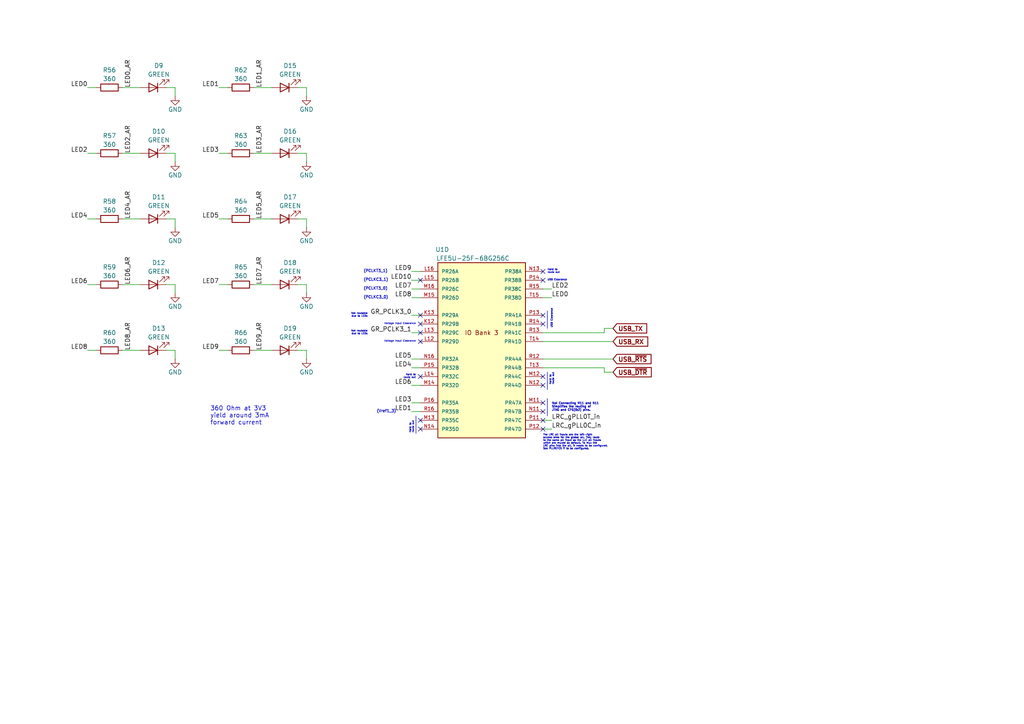
<source format=kicad_sch>
(kicad_sch (version 20250114) (generator "eeschema") (generator_version "9.0")
  (paper "A4")
  (lib_symbols
    (symbol "1_Symbol_Library:LFE5U-25F-6BG256C" (pin_names (offset 1.016))
      (property "Reference" "U" (at -0.762 -3.302 0))
      (property "Value" "LFE5U-25F-6BG256C" (at -40.132 47.498 0))
      (symbol "LFE5U-25F-6BG256C_1_0"
        (rectangle (start -11.43 20.32) (end 12.7 -25.4) (stroke (width 0.254)) (fill (type background)))
        (pin bidirectional line (at -16.51 17.78 0) (length 5.08) (name "PT4A") (number "A2"))
        (pin bidirectional line (at -16.51 15.24 0) (length 5.08) (name "PT4B") (number "B3"))
        (pin bidirectional line (at -16.51 10.16 0) (length 5.08) (name "PT6A") (number "A3"))
        (pin bidirectional line (at -16.51 7.62 0) (length 5.08) (name "PT6B") (number "A4"))
        (pin bidirectional line (at -16.51 2.54 0) (length 5.08) (name "PT9A") (number "E4"))
        (pin bidirectional line (at -16.51 0 0) (length 5.08) (name "PT9B") (number "D4"))
        (pin bidirectional line (at -16.51 -5.08 0) (length 5.08) (name "PT11A") (number "C4"))
        (pin bidirectional line (at -16.51 -7.62 0) (length 5.08) (name "PT11B") (number "B4"))
        (pin bidirectional line (at -16.51 -12.7 0) (length 5.08) (name "PT13A") (number "E5"))
        (pin bidirectional line (at -16.51 -15.24 0) (length 5.08) (name "PT13B") (number "D5"))
        (pin bidirectional line (at -16.51 -20.32 0) (length 5.08) (name "PT15A") (number "C5"))
        (pin bidirectional line (at -16.51 -22.86 0) (length 5.08) (name "PT15B") (number "B5"))
        (pin bidirectional line (at 17.78 17.78 180) (length 5.08) (name "PT18A") (number "A5"))
        (pin bidirectional line (at 17.78 15.24 180) (length 5.08) (name "PT18B") (number "A6"))
        (pin bidirectional line (at 17.78 10.16 180) (length 5.08) (name "PT20A") (number "E6"))
        (pin bidirectional line (at 17.78 7.62 180) (length 5.08) (name "PT20B") (number "D6"))
        (pin bidirectional line (at 17.78 2.54 180) (length 5.08) (name "PT22A") (number "C6"))
        (pin bidirectional line (at 17.78 0 180) (length 5.08) (name "PT22B") (number "B6"))
        (pin bidirectional line (at 17.78 -5.08 180) (length 5.08) (name "PT24A") (number "E7"))
        (pin bidirectional line (at 17.78 -7.62 180) (length 5.08) (name "PT24B") (number "D7"))
        (pin bidirectional line (at 17.78 -12.7 180) (length 5.08) (name "PT27A") (number "C7"))
        (pin bidirectional line (at 17.78 -15.24 180) (length 5.08) (name "PT27B") (number "B7"))
        (pin bidirectional line (at 17.78 -20.32 180) (length 5.08) (name "PT29A") (number "A7"))
        (pin bidirectional line (at 17.78 -22.86 180) (length 5.08) (name "PT29B") (number "A8"))
      )
      (symbol "LFE5U-25F-6BG256C_1_1"
        (text "IO Bank 0" (at 0 2.54 0) (effects (font (size 1.27 1.27))))
      )
      (symbol "LFE5U-25F-6BG256C_2_0"
        (rectangle (start -13.97 27.94) (end 13.97 -33.02) (stroke (width 0.254)) (fill (type background)))
        (pin bidirectional line (at -19.05 25.4 0) (length 5.08) (name "PT33A") (number "E8"))
        (pin bidirectional line (at -19.05 22.86 0) (length 5.08) (name "PT33B") (number "D8"))
        (pin bidirectional line (at -19.05 17.78 0) (length 5.08) (name "PT35A") (number "C8"))
        (pin bidirectional line (at -19.05 15.24 0) (length 5.08) (name "PT35B") (number "B8"))
        (pin bidirectional line (at -19.05 10.16 0) (length 5.08) (name "PT38A") (number "B9"))
        (pin bidirectional line (at -19.05 7.62 0) (length 5.08) (name "PT38B") (number "C9"))
        (pin bidirectional line (at -19.05 2.54 0) (length 5.08) (name "PT40A") (number "D9"))
        (pin bidirectional line (at -19.05 0 0) (length 5.08) (name "PT40B") (number "E9"))
        (pin bidirectional line (at -19.05 -5.08 0) (length 5.08) (name "PT42A") (number "A9"))
        (pin bidirectional line (at -19.05 -7.62 0) (length 5.08) (name "PT42B") (number "A10"))
        (pin bidirectional line (at -19.05 -12.7 0) (length 5.08) (name "PT44A") (number "B10"))
        (pin bidirectional line (at -19.05 -15.24 0) (length 5.08) (name "PT44B") (number "C10"))
        (pin bidirectional line (at -19.05 -20.32 0) (length 5.08) (name "PT47A") (number "D10"))
        (pin bidirectional line (at -19.05 -22.86 0) (length 5.08) (name "PT47B") (number "E10"))
        (pin bidirectional line (at -19.05 -27.94 0) (length 5.08) (name "PT49A") (number "B11"))
        (pin bidirectional line (at -19.05 -30.48 0) (length 5.08) (name "PT49B") (number "C11"))
        (pin bidirectional line (at 19.05 25.4 180) (length 5.08) (name "PT51A") (number "D11"))
        (pin bidirectional line (at 19.05 22.86 180) (length 5.08) (name "PT51B") (number "E11"))
        (pin bidirectional line (at 19.05 17.78 180) (length 5.08) (name "PT53A") (number "A11"))
        (pin bidirectional line (at 19.05 15.24 180) (length 5.08) (name "PT53B") (number "A12"))
        (pin bidirectional line (at 19.05 10.16 180) (length 5.08) (name "PT56A") (number "B12"))
        (pin bidirectional line (at 19.05 7.62 180) (length 5.08) (name "PT56B") (number "C12"))
        (pin bidirectional line (at 19.05 2.54 180) (length 5.08) (name "PT58A") (number "D12"))
        (pin bidirectional line (at 19.05 0 180) (length 5.08) (name "PT58B") (number "E12"))
        (pin bidirectional line (at 19.05 -5.08 180) (length 5.08) (name "PT60A") (number "B13"))
        (pin bidirectional line (at 19.05 -7.62 180) (length 5.08) (name "PT60B") (number "C13"))
        (pin bidirectional line (at 19.05 -12.7 180) (length 5.08) (name "PT62A") (number "D13"))
        (pin bidirectional line (at 19.05 -15.24 180) (length 5.08) (name "PT62B") (number "E13"))
        (pin bidirectional line (at 19.05 -20.32 180) (length 5.08) (name "PT65A") (number "A13"))
        (pin bidirectional line (at 19.05 -22.86 180) (length 5.08) (name "PT65B") (number "A14"))
        (pin bidirectional line (at 19.05 -27.94 180) (length 5.08) (name "PT67A") (number "B14"))
        (pin bidirectional line (at 19.05 -30.48 180) (length 5.08) (name "PT67B") (number "A15"))
      )
      (symbol "LFE5U-25F-6BG256C_2_1"
        (text "IO Bank 1" (at 0 2.54 0) (effects (font (size 1.27 1.27))))
        (text "Differential IO" (at 0 -2.032 0) (effects (font (size 1.27 1.27))))
      )
      (symbol "LFE5U-25F-6BG256C_3_0"
        (rectangle (start -13.97 22.86) (end 13.97 -27.94) (stroke (width 0.254)) (fill (type background)))
        (pin bidirectional line (at -19.05 20.32 0) (length 5.08) (name "PR2A") (number "B16"))
        (pin bidirectional line (at -19.05 17.78 0) (length 5.08) (name "PR2B") (number "B15"))
        (pin bidirectional line (at -19.05 15.24 0) (length 5.08) (name "PR2C") (number "C14"))
        (pin bidirectional line (at -19.05 12.7 0) (length 5.08) (name "PR2D") (number "D14"))
        (pin bidirectional line (at -19.05 7.62 0) (length 5.08) (name "PR5A") (number "C16"))
        (pin bidirectional line (at -19.05 5.08 0) (length 5.08) (name "PR5B") (number "C15"))
        (pin bidirectional line (at -19.05 2.54 0) (length 5.08) (name "PR5C") (number "E14"))
        (pin bidirectional line (at -19.05 0 0) (length 5.08) (name "PR5D") (number "F14"))
        (pin bidirectional line (at -19.05 -5.08 0) (length 5.08) (name "PR8A") (number "D16"))
        (pin bidirectional line (at -19.05 -7.62 0) (length 5.08) (name "PR8B") (number "E15"))
        (pin bidirectional line (at -19.05 -10.16 0) (length 5.08) (name "PR8C") (number "F13"))
        (pin bidirectional line (at -19.05 -12.7 0) (length 5.08) (name "PR8D") (number "F12"))
        (pin bidirectional line (at -19.05 -17.78 0) (length 5.08) (name "PR11A") (number "G12"))
        (pin bidirectional line (at -19.05 -20.32 0) (length 5.08) (name "PR11B") (number "G13"))
        (pin bidirectional line (at -19.05 -22.86 0) (length 5.08) (name "PR11C") (number "F15"))
        (pin bidirectional line (at -19.05 -25.4 0) (length 5.08) (name "PR11D") (number "E16"))
        (pin bidirectional line (at 19.05 20.32 180) (length 5.08) (name "PR14A") (number "F16"))
        (pin bidirectional line (at 19.05 17.78 180) (length 5.08) (name "PR14B") (number "G15"))
        (pin bidirectional line (at 19.05 15.24 180) (length 5.08) (name "PR14C") (number "G14"))
        (pin bidirectional line (at 19.05 12.7 180) (length 5.08) (name "PR14D") (number "H14"))
        (pin bidirectional line (at 19.05 7.62 180) (length 5.08) (name "PR17A") (number "H12"))
        (pin bidirectional line (at 19.05 5.08 180) (length 5.08) (name "PR17B") (number "H13"))
        (pin bidirectional line (at 19.05 2.54 180) (length 5.08) (name "PR17C") (number "J13"))
        (pin bidirectional line (at 19.05 0 180) (length 5.08) (name "PR17D") (number "J12"))
        (pin bidirectional line (at 19.05 -5.08 180) (length 5.08) (name "PR20A") (number "G16"))
        (pin bidirectional line (at 19.05 -7.62 180) (length 5.08) (name "PR20B") (number "H15"))
        (pin bidirectional line (at 19.05 -10.16 180) (length 5.08) (name "PR20C") (number "J14"))
        (pin bidirectional line (at 19.05 -12.7 180) (length 5.08) (name "PR20D") (number "K14"))
        (pin bidirectional line (at 19.05 -17.78 180) (length 5.08) (name "PR23A") (number "J16"))
        (pin bidirectional line (at 19.05 -20.32 180) (length 5.08) (name "PR23B") (number "J15"))
        (pin bidirectional line (at 19.05 -22.86 180) (length 5.08) (name "PR23C") (number "K16"))
        (pin bidirectional line (at 19.05 -25.4 180) (length 5.08) (name "PR23D") (number "K15"))
      )
      (symbol "LFE5U-25F-6BG256C_3_1"
        (text "IO Bank 2" (at 0 2.54 0) (effects (font (size 1.27 1.27))))
        (text "Differential IO" (at 0 -2.286 0) (effects (font (size 1.27 1.27))))
      )
      (symbol "LFE5U-25F-6BG256C_4_0"
        (rectangle (start -12.7 22.86) (end 12.7 -27.94) (stroke (width 0.254)) (fill (type background)))
        (pin bidirectional line (at -17.78 20.32 0) (length 5.08) (name "PR26A") (number "L16"))
        (pin bidirectional line (at -17.78 17.78 0) (length 5.08) (name "PR26B") (number "L15"))
        (pin bidirectional line (at -17.78 15.24 0) (length 5.08) (name "PR26C") (number "M16"))
        (pin bidirectional line (at -17.78 12.7 0) (length 5.08) (name "PR26D") (number "M15"))
        (pin bidirectional line (at -17.78 7.62 0) (length 5.08) (name "PR29A") (number "K13"))
        (pin bidirectional line (at -17.78 5.08 0) (length 5.08) (name "PR29B") (number "K12"))
        (pin bidirectional line (at -17.78 2.54 0) (length 5.08) (name "PR29C") (number "L13"))
        (pin bidirectional line (at -17.78 0 0) (length 5.08) (name "PR29D") (number "L12"))
        (pin bidirectional line (at -17.78 -5.08 0) (length 5.08) (name "PR32A") (number "N16"))
        (pin bidirectional line (at -17.78 -7.62 0) (length 5.08) (name "PR32B") (number "P15"))
        (pin bidirectional line (at -17.78 -10.16 0) (length 5.08) (name "PR32C") (number "L14"))
        (pin bidirectional line (at -17.78 -12.7 0) (length 5.08) (name "PR32D") (number "M14"))
        (pin bidirectional line (at -17.78 -17.78 0) (length 5.08) (name "PR35A") (number "P16"))
        (pin bidirectional line (at -17.78 -20.32 0) (length 5.08) (name "PR35B") (number "R16"))
        (pin bidirectional line (at -17.78 -22.86 0) (length 5.08) (name "PR35C") (number "M13"))
        (pin bidirectional line (at -17.78 -25.4 0) (length 5.08) (name "PR35D") (number "N14"))
        (pin bidirectional line (at 17.78 20.32 180) (length 5.08) (name "PR38A") (number "N13"))
        (pin bidirectional line (at 17.78 17.78 180) (length 5.08) (name "PR38B") (number "P14"))
        (pin bidirectional line (at 17.78 15.24 180) (length 5.08) (name "PR38C") (number "R15"))
        (pin bidirectional line (at 17.78 12.7 180) (length 5.08) (name "PR38D") (number "T15"))
        (pin bidirectional line (at 17.78 7.62 180) (length 5.08) (name "PR41A") (number "P13"))
        (pin bidirectional line (at 17.78 5.08 180) (length 5.08) (name "PR41B") (number "R14"))
        (pin bidirectional line (at 17.78 2.54 180) (length 5.08) (name "PR41C") (number "R13"))
        (pin bidirectional line (at 17.78 0 180) (length 5.08) (name "PR41D") (number "T14"))
        (pin bidirectional line (at 17.78 -5.08 180) (length 5.08) (name "PR44A") (number "R12"))
        (pin bidirectional line (at 17.78 -7.62 180) (length 5.08) (name "PR44B") (number "T13"))
        (pin bidirectional line (at 17.78 -10.16 180) (length 5.08) (name "PR44C") (number "M12"))
        (pin bidirectional line (at 17.78 -12.7 180) (length 5.08) (name "PR44D") (number "N12"))
        (pin bidirectional line (at 17.78 -17.78 180) (length 5.08) (name "PR47A") (number "M11"))
        (pin bidirectional line (at 17.78 -20.32 180) (length 5.08) (name "PR47B") (number "N11"))
        (pin bidirectional line (at 17.78 -22.86 180) (length 5.08) (name "PR47C") (number "P11"))
        (pin bidirectional line (at 17.78 -25.4 180) (length 5.08) (name "PR47D") (number "P12"))
      )
      (symbol "LFE5U-25F-6BG256C_4_1"
        (text "IO Bank 3" (at 0 2.54 0) (effects (font (size 1.27 1.27))))
      )
      (symbol "LFE5U-25F-6BG256C_5_0"
        (rectangle (start -13.97 22.86) (end 13.97 -27.94) (stroke (width 0.254)) (fill (type background)))
        (pin bidirectional line (at -19.05 20.32 0) (length 5.08) (name "PL26A") (number "L1"))
        (pin bidirectional line (at -19.05 17.78 0) (length 5.08) (name "PL26B") (number "L2"))
        (pin bidirectional line (at -19.05 15.24 0) (length 5.08) (name "PL26C") (number "M1"))
        (pin bidirectional line (at -19.05 12.7 0) (length 5.08) (name "PL26D") (number "M2"))
        (pin bidirectional line (at -19.05 7.62 0) (length 5.08) (name "PL29A") (number "K4"))
        (pin bidirectional line (at -19.05 5.08 0) (length 5.08) (name "PL29B") (number "K5"))
        (pin bidirectional line (at -19.05 2.54 0) (length 5.08) (name "PL29C") (number "L4"))
        (pin bidirectional line (at -19.05 0 0) (length 5.08) (name "PL29D") (number "L5"))
        (pin bidirectional line (at -19.05 -5.08 0) (length 5.08) (name "PL32A") (number "N1"))
        (pin bidirectional line (at -19.05 -7.62 0) (length 5.08) (name "PL32B") (number "P2"))
        (pin bidirectional line (at -19.05 -10.16 0) (length 5.08) (name "PL32C") (number "L3"))
        (pin bidirectional line (at -19.05 -12.7 0) (length 5.08) (name "PL32D") (number "M3"))
        (pin bidirectional line (at -19.05 -17.78 0) (length 5.08) (name "PL35A") (number "P1"))
        (pin bidirectional line (at -19.05 -20.32 0) (length 5.08) (name "PL35B") (number "R1"))
        (pin bidirectional line (at -19.05 -22.86 0) (length 5.08) (name "PL35C") (number "M4"))
        (pin bidirectional line (at -19.05 -25.4 0) (length 5.08) (name "PL35D") (number "N3"))
        (pin bidirectional line (at 19.05 20.32 180) (length 5.08) (name "PL38A") (number "N4"))
        (pin bidirectional line (at 19.05 17.78 180) (length 5.08) (name "PL38B") (number "P3"))
        (pin bidirectional line (at 19.05 15.24 180) (length 5.08) (name "PL38C") (number "R2"))
        (pin bidirectional line (at 19.05 12.7 180) (length 5.08) (name "PL38D") (number "T2"))
        (pin bidirectional line (at 19.05 7.62 180) (length 5.08) (name "PL41A") (number "P4"))
        (pin bidirectional line (at 19.05 5.08 180) (length 5.08) (name "PL41B") (number "R3"))
        (pin bidirectional line (at 19.05 2.54 180) (length 5.08) (name "PL41C") (number "R4"))
        (pin bidirectional line (at 19.05 0 180) (length 5.08) (name "PL41D") (number "T3"))
        (pin bidirectional line (at 19.05 -5.08 180) (length 5.08) (name "PL44A") (number "R5"))
        (pin bidirectional line (at 19.05 -7.62 180) (length 5.08) (name "PL44B") (number "T4"))
        (pin bidirectional line (at 19.05 -10.16 180) (length 5.08) (name "PL44C") (number "M5"))
        (pin bidirectional line (at 19.05 -12.7 180) (length 5.08) (name "PL44D") (number "N5"))
        (pin bidirectional line (at 19.05 -17.78 180) (length 5.08) (name "PL47A") (number "M6"))
        (pin bidirectional line (at 19.05 -20.32 180) (length 5.08) (name "PL47B") (number "N6"))
        (pin bidirectional line (at 19.05 -22.86 180) (length 5.08) (name "PL47C") (number "P6"))
        (pin bidirectional line (at 19.05 -25.4 180) (length 5.08) (name "PL47D") (number "P5"))
      )
      (symbol "LFE5U-25F-6BG256C_5_1"
        (text "IO Bank 6" (at 0 2.54 0) (effects (font (size 1.27 1.27))))
        (text "Differential IO" (at 0 -2.286 0) (effects (font (size 1.27 1.27))))
      )
      (symbol "LFE5U-25F-6BG256C_6_0"
        (rectangle (start -13.97 22.86) (end 13.97 -27.94) (stroke (width 0.254)) (fill (type background)))
        (pin bidirectional line (at -19.05 20.32 0) (length 5.08) (name "PL2A") (number "B1"))
        (pin bidirectional line (at -19.05 17.78 0) (length 5.08) (name "PL2B") (number "B2"))
        (pin bidirectional line (at -19.05 15.24 0) (length 5.08) (name "PL2C") (number "C3"))
        (pin bidirectional line (at -19.05 12.7 0) (length 5.08) (name "PL2D") (number "D3"))
        (pin bidirectional line (at -19.05 7.62 0) (length 5.08) (name "PL5A") (number "C1"))
        (pin bidirectional line (at -19.05 5.08 0) (length 5.08) (name "PL5B") (number "C2"))
        (pin bidirectional line (at -19.05 2.54 0) (length 5.08) (name "PL5C") (number "E3"))
        (pin bidirectional line (at -19.05 0 0) (length 5.08) (name "PL5D") (number "F3"))
        (pin bidirectional line (at -19.05 -5.08 0) (length 5.08) (name "PL8A") (number "D1"))
        (pin bidirectional line (at -19.05 -7.62 0) (length 5.08) (name "PL8B") (number "E2"))
        (pin bidirectional line (at -19.05 -10.16 0) (length 5.08) (name "PL8C") (number "F4"))
        (pin bidirectional line (at -19.05 -12.7 0) (length 5.08) (name "PL8D") (number "F5"))
        (pin bidirectional line (at -19.05 -17.78 0) (length 5.08) (name "PL11A") (number "G5"))
        (pin bidirectional line (at -19.05 -20.32 0) (length 5.08) (name "PL11B") (number "G4"))
        (pin bidirectional line (at -19.05 -22.86 0) (length 5.08) (name "PL11C") (number "F2"))
        (pin bidirectional line (at -19.05 -25.4 0) (length 5.08) (name "PL11D") (number "E1"))
        (pin bidirectional line (at 19.05 20.32 180) (length 5.08) (name "PL14A") (number "F1"))
        (pin bidirectional line (at 19.05 17.78 180) (length 5.08) (name "PL14B") (number "G2"))
        (pin bidirectional line (at 19.05 15.24 180) (length 5.08) (name "PL14C") (number "G3"))
        (pin bidirectional line (at 19.05 12.7 180) (length 5.08) (name "PL14D") (number "H3"))
        (pin bidirectional line (at 19.05 7.62 180) (length 5.08) (name "PL17A") (number "H5"))
        (pin bidirectional line (at 19.05 5.08 180) (length 5.08) (name "PL17B") (number "H4"))
        (pin bidirectional line (at 19.05 2.54 180) (length 5.08) (name "PL17C") (number "J4"))
        (pin bidirectional line (at 19.05 0 180) (length 5.08) (name "PL17D") (number "J5"))
        (pin bidirectional line (at 19.05 -5.08 180) (length 5.08) (name "PL20A") (number "G1"))
        (pin bidirectional line (at 19.05 -7.62 180) (length 5.08) (name "PL20B") (number "H2"))
        (pin bidirectional line (at 19.05 -10.16 180) (length 5.08) (name "PL20C") (number "J3"))
        (pin bidirectional line (at 19.05 -12.7 180) (length 5.08) (name "PL20D") (number "K3"))
        (pin bidirectional line (at 19.05 -17.78 180) (length 5.08) (name "PL23A") (number "J1"))
        (pin bidirectional line (at 19.05 -20.32 180) (length 5.08) (name "PL23B") (number "J2"))
        (pin bidirectional line (at 19.05 -22.86 180) (length 5.08) (name "PL23C") (number "K1"))
        (pin bidirectional line (at 19.05 -25.4 180) (length 5.08) (name "PL23D") (number "K2"))
      )
      (symbol "LFE5U-25F-6BG256C_6_1"
        (text "IO Bank 7" (at 0 2.54 0) (effects (font (size 1.27 1.27))))
        (text "Differential IO" (at 0 -2.286 0) (effects (font (size 1.27 1.27))))
      )
      (symbol "LFE5U-25F-6BG256C_7_0"
        (rectangle (start -15.24 27.94) (end 15.24 -22.86) (stroke (width 0.254)) (fill (type background)))
        (pin input line (at -20.32 25.4 0) (length 5.08) (name "~{PROGRAM}") (number "R9"))
        (pin input clock (at -20.32 22.86 0) (length 5.08) (name "CCLK") (number "N9"))
        (pin input line (at -20.32 10.16 0) (length 5.08) (name "CFG_0") (number "N10"))
        (pin input line (at -20.32 7.62 0) (length 5.08) (name "CFG_1") (number "P10"))
        (pin input line (at -20.32 5.08 0) (length 5.08) (name "CFG_2") (number "R10"))
        (pin bidirectional line (at -20.32 -5.08 0) (length 5.08) (name "DONE") (number "P9"))
        (pin bidirectional line (at -20.32 -7.62 0) (length 5.08) (name "~{INIT}") (number "T9"))
        (pin bidirectional line (at 20.32 25.4 180) (length 5.08) (name "PB4B/D6/IO6") (number "R6"))
        (pin bidirectional line (at 20.32 22.86 180) (length 5.08) (name "PB4A/D7/IO7") (number "T6"))
        (pin bidirectional line (at 20.32 17.78 180) (length 5.08) (name "PB6B/D4/IO4/MOSI2") (number "P7"))
        (pin bidirectional line (at 20.32 15.24 180) (length 5.08) (name "PB6A/D5/IO5/MISO2") (number "R7"))
        (pin bidirectional line (at 20.32 10.16 180) (length 5.08) (name "PB9A/D3/IO3") (number "N7"))
        (pin bidirectional line (at 20.32 7.62 180) (length 5.08) (name "PB9B/D2/IO2") (number "M7"))
        (pin bidirectional line (at 20.32 2.54 180) (length 5.08) (name "PB11A/D1/IO1/MISO") (number "T7"))
        (pin bidirectional line (at 20.32 0 180) (length 5.08) (name "PB11B/D0/IO0/MOSI") (number "T8"))
        (pin bidirectional line (at 20.32 -5.08 180) (length 5.08) (name "PB13A/~{S}/~{CS}") (number "R8"))
        (pin bidirectional line (at 20.32 -7.62 180) (length 5.08) (name "PB13B/~{CS1}") (number "P8"))
        (pin bidirectional line (at 20.32 -12.7 180) (length 5.08) (name "PB15A/~{HOLD}/DI/BUSY/~{CSSPI}/~{CE}") (number "N8"))
        (pin bidirectional line (at 20.32 -15.24 180) (length 5.08) (name "PB15B/DOUT/~{CSO}") (number "M8"))
        (pin bidirectional line (at 20.32 -20.32 180) (length 5.08) (name "PB18A/~{WRITE}") (number "M9"))
      )
      (symbol "LFE5U-25F-6BG256C_7_1"
        (text "IO Bank 8" (at 0 5.08 0) (effects (font (size 1.27 1.27))))
      )
      (symbol "LFE5U-25F-6BG256C_8_0"
        (rectangle (start -7.62 6.35) (end 2.54 -6.35) (stroke (width 0.254)) (fill (type background)))
        (pin input line (at -12.7 3.81 0) (length 5.08) (name "TMS") (number "T11"))
        (pin input line (at -12.7 1.27 0) (length 5.08) (name "TDI") (number "R11"))
        (pin output line (at -12.7 -1.27 0) (length 5.08) (name "TDO") (number "M10"))
        (pin bidirectional clock (at -12.7 -3.81 0) (length 5.08) (name "TCK") (number "T10"))
      )
      (symbol "LFE5U-25F-6BG256C_8_1"
        (text "JTAG" (at 0 0 0) (effects (font (size 1.27 1.27))))
      )
      (symbol "LFE5U-25F-6BG256C_9_0"
        (rectangle (start -12.7 7.62) (end 59.69 -7.62) (stroke (width 0.254)) (fill (type background)))
        (pin power_in line (at -10.16 12.7 270) (length 5.08) (name "VCC") (number "G6"))
        (pin power_in line (at -10.16 -12.7 90) (length 5.08) (name "GND1") (number "A1"))
        (pin power_in line (at -7.62 -12.7 90) (length 5.08) (name "GND1") (number "A16"))
        (pin power_in line (at -5.08 -12.7 90) (length 5.08) (name "GND1") (number "D2"))
        (pin power_in line (at -2.54 12.7 270) (length 5.08) (name "VCC") (number "G7"))
        (pin power_in line (at -2.54 -12.7 90) (length 5.08) (name "GND1") (number "D15"))
        (pin power_in line (at 0 -12.7 90) (length 5.08) (name "GND1") (number "F8"))
        (pin power_in line (at 2.54 -12.7 90) (length 5.08) (name "GND1") (number "F9"))
        (pin power_in line (at 5.08 12.7 270) (length 5.08) (name "VCC") (number "G9"))
        (pin power_in line (at 5.08 -12.7 90) (length 5.08) (name "GND1") (number "G8"))
        (pin power_in line (at 7.62 -12.7 90) (length 5.08) (name "GND1") (number "G10"))
        (pin power_in line (at 10.16 -12.7 90) (length 5.08) (name "GND1") (number "H1"))
        (pin power_in line (at 12.7 12.7 270) (length 5.08) (name "VCC") (number "L8"))
        (pin power_in line (at 12.7 -12.7 90) (length 5.08) (name "GND1") (number "H8"))
        (pin power_in line (at 15.24 -12.7 90) (length 5.08) (name "GND1") (number "H9"))
        (pin power_in line (at 17.78 -12.7 90) (length 5.08) (name "GND1") (number "H10"))
        (pin power_in line (at 20.32 12.7 270) (length 5.08) (name "VCC") (number "L9"))
        (pin power_in line (at 20.32 -12.7 90) (length 5.08) (name "GND1") (number "H16"))
        (pin power_in line (at 25.4 -12.7 90) (length 5.08) (name "GND2") (number "J8"))
        (pin power_in line (at 27.94 12.7 270) (length 5.08) (name "VCC") (number "L10"))
        (pin power_in line (at 27.94 -12.7 90) (length 5.08) (name "GND2") (number "J9"))
        (pin power_in line (at 30.48 -12.7 90) (length 5.08) (name "GND2") (number "J10"))
        (pin power_in line (at 33.02 -12.7 90) (length 5.08) (name "GND2") (number "K6"))
        (pin power_in line (at 35.56 -12.7 90) (length 5.08) (name "GND2") (number "K7"))
        (pin power_in line (at 38.1 -12.7 90) (length 5.08) (name "GND2") (number "K8"))
        (pin power_in line (at 40.64 -12.7 90) (length 5.08) (name "GND2") (number "K9"))
        (pin power_in line (at 43.18 -12.7 90) (length 5.08) (name "GND2") (number "K10"))
        (pin power_in line (at 45.72 -12.7 90) (length 5.08) (name "GND2") (number "N2"))
        (pin power_in line (at 48.26 -12.7 90) (length 5.08) (name "GND2") (number "N15"))
        (pin power_in line (at 49.53 12.7 270) (length 5.08) (name "VCCAUX") (number "G11"))
        (pin power_in line (at 50.8 -12.7 90) (length 5.08) (name "GND2") (number "T1"))
        (pin power_in line (at 53.34 -12.7 90) (length 5.08) (name "GND2") (number "T5"))
        (pin power_in line (at 55.88 -12.7 90) (length 5.08) (name "GND2") (number "T12"))
        (pin power_in line (at 57.15 12.7 270) (length 5.08) (name "VCCAUX") (number "L7"))
        (pin power_in line (at 58.42 -12.7 90) (length 5.08) (name "GND2") (number "T16"))
      )
      (symbol "LFE5U-25F-6BG256C_10_0"
        (rectangle (start -8.89 25.4) (end 8.89 -35.56) (stroke (width 0.254)) (fill (type background)))
        (pin power_in line (at -13.97 22.86 0) (length 5.08) (name "VCCIO1") (number "F10"))
        (pin power_in line (at -13.97 20.32 0) (length 5.08) (name "VCCIO1") (number "F11"))
        (pin power_in line (at -13.97 5.08 0) (length 5.08) (name "VCCIO3") (number "K11"))
        (pin power_in line (at -13.97 2.54 0) (length 5.08) (name "VCCIO3") (number "L11"))
        (pin power_in line (at -13.97 -12.7 0) (length 5.08) (name "VCCIO7") (number "H6"))
        (pin power_in line (at -13.97 -15.24 0) (length 5.08) (name "VCCIO7") (number "H7"))
        (pin power_in line (at 13.97 22.86 180) (length 5.08) (name "VCCIO0") (number "F6"))
        (pin power_in line (at 13.97 20.32 180) (length 5.08) (name "VCCIO0") (number "F7"))
        (pin power_in line (at 13.97 5.08 180) (length 5.08) (name "VCCIO2") (number "H11"))
        (pin power_in line (at 13.97 2.54 180) (length 5.08) (name "VCCIO2") (number "J11"))
        (pin power_in line (at 13.97 -12.7 180) (length 5.08) (name "VCCIO6") (number "J6"))
        (pin power_in line (at 13.97 -15.24 180) (length 5.08) (name "VCCIO6") (number "J7"))
        (pin power_in line (at 13.97 -33.02 180) (length 5.08) (name "VCCIO8") (number "L6"))
      )
    )
    (symbol "Device:LED" (pin_numbers (hide yes)) (pin_names (offset 1.016) (hide yes))
      (property "Reference" "D" (at 0 2.54 0))
      (property "Value" "LED" (at 0 -2.54 0))
      (symbol "LED_0_1"
        (polyline (pts (xy -3.048 -0.762) (xy -4.572 -2.286) (xy -3.81 -2.286) (xy -4.572 -2.286) (xy -4.572 -1.524)))
        (polyline (pts (xy -1.778 -0.762) (xy -3.302 -2.286) (xy -2.54 -2.286) (xy -3.302 -2.286) (xy -3.302 -1.524)))
        (polyline (pts (xy -1.27 0) (xy 1.27 0)))
        (polyline (pts (xy -1.27 -1.27) (xy -1.27 1.27)) (stroke (width 0.254)))
        (polyline (pts (xy 1.27 -1.27) (xy 1.27 1.27) (xy -1.27 0) (xy 1.27 -1.27)) (stroke (width 0.254)))
      )
      (symbol "LED_1_1"
        (pin passive line (at -3.81 0 0) (length 2.54) (name "K") (number "1"))
        (pin passive line (at 3.81 0 180) (length 2.54) (name "A") (number "2"))
      )
    )
    (symbol "Device:R" (pin_numbers (hide yes)) (pin_names (offset 0))
      (property "Reference" "R" (at 2.032 0 90))
      (property "Value" "R" (at 0 0 90))
      (symbol "R_0_1"
        (rectangle (start -1.016 -2.54) (end 1.016 2.54) (stroke (width 0.254)))
      )
      (symbol "R_1_1"
        (pin passive line (at 0 3.81 270) (length 1.27) (name "~") (number "1"))
        (pin passive line (at 0 -3.81 90) (length 1.27) (name "~") (number "2"))
      )
    )
    (symbol "power:GND" (power) (pin_numbers (hide yes)) (pin_names (offset 0) (hide yes))
      (property "Value" "GND" (at 0 -3.81 0))
      (symbol "GND_0_1"
        (polyline (pts (xy 0 0) (xy 0 -1.27) (xy 1.27 -1.27) (xy 0 -2.54) (xy -1.27 -1.27) (xy 0 -1.27)))
      )
      (symbol "GND_1_1"
        (pin power_in line (at 0 0 270) (length 0) (name "~") (number "1"))
      )
    )
  )
  (text "Hard to\nroute out" (at 120.65 109.22 0) (effects (font (size 0.5 0.5)) (justify right)))
  (text "The LRC pll inputs are the left-right\naccess ones for the global pll. They route\nto the same pll input as the LLC pll inputs\nwhich are muxed as default. To mux the\nLRC pins into the pll, it needs to be configured.\nSee PLLREFCS if to be configured." (at 157.48 128.27 0) (effects (font (size 0.5 0.5)) (justify left)))
  (text "Not routable\ndue to LEDs" (at 106.68 91.44 0) (effects (font (size 0.5 0.5)) (justify right)))
  (text "Not Connecting M11 and N11\nSimplifies the routing of\nJTAG and CFG[0:2] pins." (at 160.02 118.11 0) (effects (font (size 0.6 0.6)) (justify left)))
  (text "Hard to\nroute out" (at 158.75 78.74 0) (effects (font (size 0.5 0.5)) (justify left)))
  (text "(PCLKC3_1)" (at 105.41 81.28 0) (effects (font (size 0.8 0.8)) (justify left)))
  (text "(Vref1_3)" (at 109.22 119.38 0) (effects (font (size 0.8 0.8)) (justify left)))
  (text "Voltage Input Clearance" (at 120.65 99.06 0) (effects (font (size 0.5 0.5) (thickness 0.1) (bold yes)) (justify right)))
  (text "USB Clearance" (at 160.02 95.25 90) (effects (font (size 0.5 0.5) (thickness 0.254) (bold yes)) (justify left)))
  (text "Not routable\ndue to LEDs" (at 106.68 96.52 0) (effects (font (size 0.5 0.5)) (justify right)))
  (text "USB Clearance" (at 158.75 81.28 0) (effects (font (size 0.5 0.5) (thickness 0.254) (bold yes)) (justify left)))
  (text "Hard to\nroute out" (at 160.02 111.76 90) (effects (font (size 0.5 0.5)) (justify left)))
  (text "(PCLKC3_0)" (at 105.41 86.36 0) (effects (font (size 0.8 0.8)) (justify left)))
  (text "(PCLKT3_1)" (at 105.41 78.74 0) (effects (font (size 0.8 0.8)) (justify left)))
  (text "Voltage Input Clearance" (at 120.65 93.98 0) (effects (font (size 0.5 0.5) (thickness 0.1) (bold yes)) (justify right)))
  (text "360 Ohm at 3V3\nyield around 3mA\nforward current" (at 60.96 120.65 0) (effects (font (size 1.27 1.27)) (justify left)))
  (text "(PCLKT3_0)" (at 105.41 83.82 0) (effects (font (size 0.8 0.8)) (justify left)))
  (text "Hard to\nroute out" (at 119.38 125.73 90) (effects (font (size 0.5 0.5)) (justify left)))
  (no_connect (at 121.92 81.28))
  (no_connect (at 121.92 96.52))
  (no_connect (at 157.48 109.22))
  (no_connect (at 121.92 124.46))
  (no_connect (at 157.48 121.92))
  (no_connect (at 121.92 93.98))
  (no_connect (at 157.48 111.76))
  (no_connect (at 157.48 116.84))
  (no_connect (at 121.92 109.22))
  (no_connect (at 121.92 99.06))
  (no_connect (at 157.48 93.98))
  (no_connect (at 157.48 81.28))
  (no_connect (at 157.48 124.46))
  (no_connect (at 157.48 91.44))
  (no_connect (at 121.92 91.44))
  (no_connect (at 157.48 119.38))
  (no_connect (at 121.92 121.92))
  (no_connect (at 157.48 78.74))
  (wire (pts (xy 50.8 25.4) (xy 50.8 27.94)))
  (wire (pts (xy 63.5 101.6) (xy 66.04 101.6)))
  (polyline (pts (xy 158.75 90.17) (xy 158.75 95.25)))
  (wire (pts (xy 48.26 44.45) (xy 50.8 44.45)))
  (wire (pts (xy 175.26 107.95) (xy 177.8 107.95)))
  (wire (pts (xy 35.56 82.55) (xy 40.64 82.55)))
  (wire (pts (xy 157.48 121.92) (xy 160.02 121.92)))
  (wire (pts (xy 119.38 104.14) (xy 121.92 104.14)))
  (wire (pts (xy 63.5 25.4) (xy 66.04 25.4)))
  (wire (pts (xy 175.26 95.25) (xy 177.8 95.25)))
  (wire (pts (xy 175.26 96.52) (xy 157.48 96.52)))
  (wire (pts (xy 35.56 25.4) (xy 40.64 25.4)))
  (wire (pts (xy 175.26 95.25) (xy 175.26 96.52)))
  (wire (pts (xy 73.66 63.5) (xy 78.74 63.5)))
  (wire (pts (xy 50.8 44.45) (xy 50.8 46.99)))
  (wire (pts (xy 119.38 86.36) (xy 121.92 86.36)))
  (wire (pts (xy 86.36 63.5) (xy 88.9 63.5)))
  (wire (pts (xy 157.48 124.46) (xy 160.02 124.46)))
  (wire (pts (xy 86.36 44.45) (xy 88.9 44.45)))
  (wire (pts (xy 119.38 106.68) (xy 121.92 106.68)))
  (wire (pts (xy 119.38 91.44) (xy 121.92 91.44)))
  (wire (pts (xy 157.48 83.82) (xy 160.02 83.82)))
  (wire (pts (xy 157.48 104.14) (xy 177.8 104.14)))
  (wire (pts (xy 25.4 63.5) (xy 27.94 63.5)))
  (polyline (pts (xy 158.75 107.95) (xy 158.75 113.03)))
  (wire (pts (xy 88.9 82.55) (xy 88.9 85.09)))
  (wire (pts (xy 48.26 25.4) (xy 50.8 25.4)))
  (wire (pts (xy 157.48 99.06) (xy 177.8 99.06)))
  (wire (pts (xy 86.36 101.6) (xy 88.9 101.6)))
  (wire (pts (xy 25.4 101.6) (xy 27.94 101.6)))
  (wire (pts (xy 119.38 78.74) (xy 121.92 78.74)))
  (wire (pts (xy 119.38 116.84) (xy 121.92 116.84)))
  (wire (pts (xy 175.26 106.68) (xy 175.26 107.95)))
  (wire (pts (xy 157.48 106.68) (xy 175.26 106.68)))
  (wire (pts (xy 119.38 81.28) (xy 121.92 81.28)))
  (wire (pts (xy 73.66 82.55) (xy 78.74 82.55)))
  (wire (pts (xy 119.38 111.76) (xy 121.92 111.76)))
  (wire (pts (xy 35.56 101.6) (xy 40.64 101.6)))
  (wire (pts (xy 50.8 63.5) (xy 50.8 66.04)))
  (wire (pts (xy 88.9 44.45) (xy 88.9 46.99)))
  (wire (pts (xy 48.26 101.6) (xy 50.8 101.6)))
  (wire (pts (xy 50.8 82.55) (xy 50.8 85.09)))
  (wire (pts (xy 63.5 82.55) (xy 66.04 82.55)))
  (wire (pts (xy 157.48 86.36) (xy 160.02 86.36)))
  (wire (pts (xy 35.56 44.45) (xy 40.64 44.45)))
  (wire (pts (xy 63.5 44.45) (xy 66.04 44.45)))
  (wire (pts (xy 119.38 119.38) (xy 121.92 119.38)))
  (wire (pts (xy 25.4 44.45) (xy 27.94 44.45)))
  (wire (pts (xy 25.4 25.4) (xy 27.94 25.4)))
  (wire (pts (xy 88.9 63.5) (xy 88.9 66.04)))
  (polyline (pts (xy 158.75 115.57) (xy 158.75 120.65)))
  (wire (pts (xy 88.9 25.4) (xy 88.9 27.94)))
  (wire (pts (xy 119.38 96.52) (xy 121.92 96.52)))
  (wire (pts (xy 86.36 82.55) (xy 88.9 82.55)))
  (wire (pts (xy 73.66 101.6) (xy 78.74 101.6)))
  (wire (pts (xy 25.4 82.55) (xy 27.94 82.55)))
  (wire (pts (xy 35.56 63.5) (xy 40.64 63.5)))
  (wire (pts (xy 48.26 63.5) (xy 50.8 63.5)))
  (wire (pts (xy 88.9 101.6) (xy 88.9 104.14)))
  (wire (pts (xy 73.66 44.45) (xy 78.74 44.45)))
  (polyline (pts (xy 120.65 120.65) (xy 120.65 125.73)))
  (wire (pts (xy 73.66 25.4) (xy 78.74 25.4)))
  (wire (pts (xy 119.38 83.82) (xy 121.92 83.82)))
  (wire (pts (xy 86.36 25.4) (xy 88.9 25.4)))
  (wire (pts (xy 63.5 63.5) (xy 66.04 63.5)))
  (wire (pts (xy 48.26 82.55) (xy 50.8 82.55)))
  (wire (pts (xy 50.8 101.6) (xy 50.8 104.14)))
  (label "GR_PCLK3_0" (at 119.38 91.44 180))
  (label "LED9" (at 63.5 101.6 180))
  (label "LED1" (at 63.5 25.4 180))
  (label "LED1_AR" (at 76.2 25.4 90))
  (label "LED7" (at 63.5 82.55 180))
  (label "LED5" (at 63.5 63.5 180))
  (label "LED1" (at 119.38 119.38 180))
  (label "LED9" (at 119.38 78.74 180))
  (label "LED2" (at 25.4 44.45 180))
  (label "LED3_AR" (at 76.2 44.45 90))
  (label "LED7" (at 119.38 83.82 180))
  (label "LRC_gPLL0C_in" (at 160.02 124.46 0))
  (label "LED4" (at 119.38 106.68 180))
  (label "LED8" (at 119.38 86.36 180))
  (label "LED2_AR" (at 38.1 44.45 90))
  (label "LED5" (at 119.38 104.14 180))
  (label "LED6_AR" (at 38.1 82.55 90))
  (label "LED7_AR" (at 76.2 82.55 90))
  (label "LED6" (at 25.4 82.55 180))
  (label "LED6" (at 119.38 111.76 180))
  (label "GR_PCLK3_1" (at 119.38 96.52 180))
  (label "LED8" (at 25.4 101.6 180))
  (label "LED9_AR" (at 76.2 101.6 90))
  (label "LED8_AR" (at 38.1 101.6 90))
  (label "LED0_AR" (at 38.1 25.4 90))
  (label "LED3" (at 119.38 116.84 180))
  (label "LED0" (at 160.02 86.36 0))
  (label "LED2" (at 160.02 83.82 0))
  (label "LED4_AR" (at 38.1 63.5 90))
  (label "LED5_AR" (at 76.2 63.5 90))
  (label "LED4" (at 25.4 63.5 180))
  (label "LED10" (at 119.38 81.28 180))
  (label "LRC_gPLL0T_in" (at 160.02 121.92 0))
  (label "LED3" (at 63.5 44.45 180))
  (label "LED0" (at 25.4 25.4 180))
  (global_label "USB_~{DTR}" (shape input) (at 177.8 107.95 0) (effects (font (thickness 0.254) (bold yes))) (property "Intersheetrefs" "${INTERSHEET_REFS}" (effects (hide yes))))
  (global_label "USB_RX" (shape input) (at 177.8 99.06 0) (effects (font (thickness 0.254) (bold yes))) (property "Intersheetrefs" "${INTERSHEET_REFS}" (effects (hide yes))))
  (global_label "USB_TX" (shape input) (at 177.8 95.25 0) (effects (font (thickness 0.254) (bold yes))) (property "Intersheetrefs" "${INTERSHEET_REFS}" (effects (hide yes))))
  (global_label "USB_~{RTS}" (shape input) (at 177.8 104.14 0) (effects (font (thickness 0.254) (bold yes))) (property "Intersheetrefs" "${INTERSHEET_REFS}" (effects (hide yes))))
  (symbol (lib_id "power:GND") (at 88.9 66.04 0) (unit 1)
    (property "Reference" "#PWR0174" (effects (hide yes)))
    (property "Value" "GND" (at 88.9 69.85 0))
    (property "Description" "Power symbol creates a global label with name \"GND\" , ground" (effects (hide yes)))
  )
  (symbol (lib_id "power:GND") (at 50.8 27.94 0) (unit 1)
    (property "Reference" "#PWR0166" (effects (hide yes)))
    (property "Value" "GND" (at 50.8 31.75 0))
    (property "Description" "Power symbol creates a global label with name \"GND\" , ground" (effects (hide yes)))
  )
  (symbol (lib_id "Device:R") (at 69.85 82.55 90) (unit 1)
    (property "Reference" "R65" (at 69.85 77.47 90))
    (property "Value" "360" (at 69.85 80.01 90))
    (property "Footprint" "Resistor_SMD:R_0402_1005Metric" (effects (hide yes)))
    (property "Description" "Resistor" (effects (hide yes)))
  )
  (symbol (lib_id "Device:R") (at 31.75 82.55 90) (unit 1)
    (property "Reference" "R59" (at 31.75 77.47 90))
    (property "Value" "360" (at 31.75 80.01 90))
    (property "Footprint" "Resistor_SMD:R_0402_1005Metric" (effects (hide yes)))
    (property "Description" "Resistor" (effects (hide yes)))
  )
  (symbol (lib_id "power:GND") (at 50.8 104.14 0) (unit 1)
    (property "Reference" "#PWR0170" (effects (hide yes)))
    (property "Value" "GND" (at 50.8 107.95 0))
    (property "Description" "Power symbol creates a global label with name \"GND\" , ground" (effects (hide yes)))
  )
  (symbol (lib_id "Device:R") (at 31.75 25.4 90) (unit 1)
    (property "Reference" "R56" (at 31.75 20.32 90))
    (property "Value" "360" (at 31.75 22.86 90))
    (property "Footprint" "Resistor_SMD:R_0402_1005Metric" (effects (hide yes)))
    (property "Description" "Resistor" (effects (hide yes)))
  )
  (symbol (lib_id "1_Symbol_Library:LFE5U-25F-6BG256C") (at 139.7 99.06 0) (unit 4)
    (property "Reference" "U1" (at 128.27 72.39 0))
    (property "Value" "LFE5U-25F-6BG256C" (at 137.16 74.93 0))
    (property "Footprint" "1_Footprint_Library:BGA256C80P16X16_1400X1400X170_Masked" (effects (hide yes)))
    (property "Package" "CABGA-256 Lattice Semiconductor" (effects (hide yes)))
    (property "MP" "LFE5U-25F-6BG256C" (effects (hide yes)))
    (property "Description_1" "series Field Programmable Gate Array (FPGA) IC 197 1032192 24000 256-LFBGA" (effects (hide yes)))
  )
  (symbol (lib_id "power:GND") (at 50.8 46.99 0) (unit 1)
    (property "Reference" "#PWR0167" (effects (hide yes)))
    (property "Value" "GND" (at 50.8 50.8 0))
    (property "Description" "Power symbol creates a global label with name \"GND\" , ground" (effects (hide yes)))
  )
  (symbol (lib_id "Device:LED") (at 82.55 82.55 180) (unit 1)
    (property "Reference" "D18" (at 84.1375 76.2 0))
    (property "Value" "GREEN" (at 84.1375 78.74 0))
    (property "Footprint" "LED_SMD:LED_0402_1005Metric" (effects (hide yes)))
    (property "Description" "Light emitting diode" (effects (hide yes)))
    (property "Sim.Pins" "1=K 2=A" (effects (hide yes)))
  )
  (symbol (lib_id "Device:LED") (at 44.45 44.45 180) (unit 1)
    (property "Reference" "D10" (at 46.0375 38.1 0))
    (property "Value" "GREEN" (at 46.0375 40.64 0))
    (property "Footprint" "LED_SMD:LED_0402_1005Metric" (effects (hide yes)))
    (property "Description" "Light emitting diode" (effects (hide yes)))
    (property "Sim.Pins" "1=K 2=A" (effects (hide yes)))
  )
  (symbol (lib_id "Device:R") (at 69.85 63.5 90) (unit 1)
    (property "Reference" "R64" (at 69.85 58.42 90))
    (property "Value" "360" (at 69.85 60.96 90))
    (property "Footprint" "Resistor_SMD:R_0402_1005Metric" (effects (hide yes)))
    (property "Description" "Resistor" (effects (hide yes)))
  )
  (symbol (lib_id "Device:LED") (at 82.55 44.45 180) (unit 1)
    (property "Reference" "D16" (at 84.1375 38.1 0))
    (property "Value" "GREEN" (at 84.1375 40.64 0))
    (property "Footprint" "LED_SMD:LED_0402_1005Metric" (effects (hide yes)))
    (property "Description" "Light emitting diode" (effects (hide yes)))
    (property "Sim.Pins" "1=K 2=A" (effects (hide yes)))
  )
  (symbol (lib_id "Device:LED") (at 44.45 101.6 180) (unit 1)
    (property "Reference" "D13" (at 46.0375 95.25 0))
    (property "Value" "GREEN" (at 46.0375 97.79 0))
    (property "Footprint" "LED_SMD:LED_0402_1005Metric" (effects (hide yes)))
    (property "Description" "Light emitting diode" (effects (hide yes)))
    (property "Sim.Pins" "1=K 2=A" (effects (hide yes)))
  )
  (symbol (lib_id "power:GND") (at 88.9 46.99 0) (unit 1)
    (property "Reference" "#PWR0173" (effects (hide yes)))
    (property "Value" "GND" (at 88.9 50.8 0))
    (property "Description" "Power symbol creates a global label with name \"GND\" , ground" (effects (hide yes)))
  )
  (symbol (lib_id "Device:LED") (at 82.55 25.4 180) (unit 1)
    (property "Reference" "D15" (at 84.1375 19.05 0))
    (property "Value" "GREEN" (at 84.1375 21.59 0))
    (property "Footprint" "LED_SMD:LED_0402_1005Metric" (effects (hide yes)))
    (property "Description" "Light emitting diode" (effects (hide yes)))
    (property "Sim.Pins" "1=K 2=A" (effects (hide yes)))
  )
  (symbol (lib_id "Device:R") (at 31.75 101.6 90) (unit 1)
    (property "Reference" "R60" (at 31.75 96.52 90))
    (property "Value" "360" (at 31.75 99.06 90))
    (property "Footprint" "Resistor_SMD:R_0402_1005Metric" (effects (hide yes)))
    (property "Description" "Resistor" (effects (hide yes)))
  )
  (symbol (lib_id "power:GND") (at 88.9 85.09 0) (unit 1)
    (property "Reference" "#PWR0175" (effects (hide yes)))
    (property "Value" "GND" (at 88.9 88.9 0))
    (property "Description" "Power symbol creates a global label with name \"GND\" , ground" (effects (hide yes)))
  )
  (symbol (lib_id "Device:R") (at 31.75 63.5 90) (unit 1)
    (property "Reference" "R58" (at 31.75 58.42 90))
    (property "Value" "360" (at 31.75 60.96 90))
    (property "Footprint" "Resistor_SMD:R_0402_1005Metric" (effects (hide yes)))
    (property "Description" "Resistor" (effects (hide yes)))
  )
  (symbol (lib_id "Device:R") (at 69.85 25.4 90) (unit 1)
    (property "Reference" "R62" (at 69.85 20.32 90))
    (property "Value" "360" (at 69.85 22.86 90))
    (property "Footprint" "Resistor_SMD:R_0402_1005Metric" (effects (hide yes)))
    (property "Description" "Resistor" (effects (hide yes)))
  )
  (symbol (lib_id "power:GND") (at 88.9 104.14 0) (unit 1)
    (property "Reference" "#PWR0176" (effects (hide yes)))
    (property "Value" "GND" (at 88.9 107.95 0))
    (property "Description" "Power symbol creates a global label with name \"GND\" , ground" (effects (hide yes)))
  )
  (symbol (lib_id "Device:LED") (at 44.45 25.4 180) (unit 1)
    (property "Reference" "D9" (at 46.0375 19.05 0))
    (property "Value" "GREEN" (at 46.0375 21.59 0))
    (property "Footprint" "LED_SMD:LED_0402_1005Metric" (effects (hide yes)))
    (property "Description" "Light emitting diode" (effects (hide yes)))
    (property "Sim.Pins" "1=K 2=A" (effects (hide yes)))
  )
  (symbol (lib_id "power:GND") (at 88.9 27.94 0) (unit 1)
    (property "Reference" "#PWR0172" (effects (hide yes)))
    (property "Value" "GND" (at 88.9 31.75 0))
    (property "Description" "Power symbol creates a global label with name \"GND\" , ground" (effects (hide yes)))
  )
  (symbol (lib_id "Device:LED") (at 44.45 82.55 180) (unit 1)
    (property "Reference" "D12" (at 46.0375 76.2 0))
    (property "Value" "GREEN" (at 46.0375 78.74 0))
    (property "Footprint" "LED_SMD:LED_0402_1005Metric" (effects (hide yes)))
    (property "Description" "Light emitting diode" (effects (hide yes)))
    (property "Sim.Pins" "1=K 2=A" (effects (hide yes)))
  )
  (symbol (lib_id "Device:R") (at 69.85 101.6 90) (unit 1)
    (property "Reference" "R66" (at 69.85 96.52 90))
    (property "Value" "360" (at 69.85 99.06 90))
    (property "Footprint" "Resistor_SMD:R_0402_1005Metric" (effects (hide yes)))
    (property "Description" "Resistor" (effects (hide yes)))
  )
  (symbol (lib_id "Device:LED") (at 44.45 63.5 180) (unit 1)
    (property "Reference" "D11" (at 46.0375 57.15 0))
    (property "Value" "GREEN" (at 46.0375 59.69 0))
    (property "Footprint" "LED_SMD:LED_0402_1005Metric" (effects (hide yes)))
    (property "Description" "Light emitting diode" (effects (hide yes)))
    (property "Sim.Pins" "1=K 2=A" (effects (hide yes)))
  )
  (symbol (lib_id "Device:R") (at 69.85 44.45 90) (unit 1)
    (property "Reference" "R63" (at 69.85 39.37 90))
    (property "Value" "360" (at 69.85 41.91 90))
    (property "Footprint" "Resistor_SMD:R_0402_1005Metric" (effects (hide yes)))
    (property "Description" "Resistor" (effects (hide yes)))
  )
  (symbol (lib_id "power:GND") (at 50.8 85.09 0) (unit 1)
    (property "Reference" "#PWR0169" (effects (hide yes)))
    (property "Value" "GND" (at 50.8 88.9 0))
    (property "Description" "Power symbol creates a global label with name \"GND\" , ground" (effects (hide yes)))
  )
  (symbol (lib_id "Device:R") (at 31.75 44.45 90) (unit 1)
    (property "Reference" "R57" (at 31.75 39.37 90))
    (property "Value" "360" (at 31.75 41.91 90))
    (property "Footprint" "Resistor_SMD:R_0402_1005Metric" (effects (hide yes)))
    (property "Description" "Resistor" (effects (hide yes)))
  )
  (symbol (lib_id "Device:LED") (at 82.55 63.5 180) (unit 1)
    (property "Reference" "D17" (at 84.1375 57.15 0))
    (property "Value" "GREEN" (at 84.1375 59.69 0))
    (property "Footprint" "LED_SMD:LED_0402_1005Metric" (effects (hide yes)))
    (property "Description" "Light emitting diode" (effects (hide yes)))
    (property "Sim.Pins" "1=K 2=A" (effects (hide yes)))
  )
  (symbol (lib_id "power:GND") (at 50.8 66.04 0) (unit 1)
    (property "Reference" "#PWR0168" (effects (hide yes)))
    (property "Value" "GND" (at 50.8 69.85 0))
    (property "Description" "Power symbol creates a global label with name \"GND\" , ground" (effects (hide yes)))
  )
  (symbol (lib_id "Device:LED") (at 82.55 101.6 180) (unit 1)
    (property "Reference" "D19" (at 84.1375 95.25 0))
    (property "Value" "GREEN" (at 84.1375 97.79 0))
    (property "Footprint" "LED_SMD:LED_0402_1005Metric" (effects (hide yes)))
    (property "Description" "Light emitting diode" (effects (hide yes)))
    (property "Sim.Pins" "1=K 2=A" (effects (hide yes)))
  )
)
</source>
